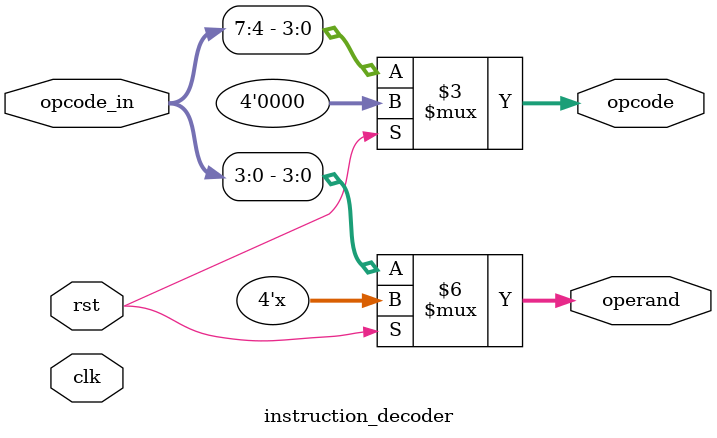
<source format=v>
module instruction_decoder(input [7:0]opcode_in,input clk, rst, output reg [3:0]opcode,operand);


always@(*)
    begin
        if (rst)
            begin
                opcode <=4'b0000; 
            end
        else
            begin
                opcode = opcode_in[7:4];
                operand = opcode_in[3:0]; 
            end 
    end
endmodule

</source>
